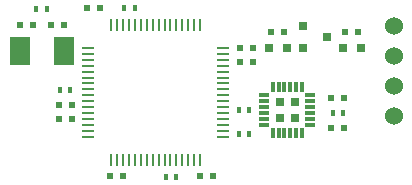
<source format=gbr>
G04 #@! TF.FileFunction,Paste,Top*
%FSLAX46Y46*%
G04 Gerber Fmt 4.6, Leading zero omitted, Abs format (unit mm)*
G04 Created by KiCad (PCBNEW 4.0.2-stable) date 2017年05月12日 星期五 07:52:48*
%MOMM*%
G01*
G04 APERTURE LIST*
%ADD10C,0.100000*%
%ADD11R,0.600000X0.500000*%
%ADD12R,0.800000X0.750000*%
%ADD13C,1.524000*%
%ADD14R,0.400000X0.600000*%
%ADD15R,0.800100X0.800100*%
%ADD16R,1.000000X0.250000*%
%ADD17R,0.250000X1.000000*%
%ADD18R,0.300000X0.850000*%
%ADD19R,0.850000X0.300000*%
%ADD20R,0.780000X0.780000*%
%ADD21R,1.700000X2.400000*%
G04 APERTURE END LIST*
D10*
D11*
X167050000Y-90725000D03*
X165950000Y-90725000D03*
D12*
X187600000Y-94100000D03*
X189100000Y-94100000D03*
D11*
X187800000Y-92750000D03*
X188900000Y-92750000D03*
X182650000Y-92750000D03*
X181550000Y-92750000D03*
D12*
X182850000Y-94100000D03*
X181350000Y-94100000D03*
D11*
X164625000Y-100100000D03*
X163525000Y-100100000D03*
X169000000Y-104975000D03*
X167900000Y-104975000D03*
X178875000Y-94100000D03*
X179975000Y-94100000D03*
X164625000Y-98900000D03*
X163525000Y-98900000D03*
X175500000Y-104975000D03*
X176600000Y-104975000D03*
X163950000Y-92125000D03*
X162850000Y-92125000D03*
X160250000Y-92125000D03*
X161350000Y-92125000D03*
X187725000Y-100850000D03*
X186625000Y-100850000D03*
X179975000Y-95300000D03*
X178875000Y-95300000D03*
X186625000Y-98350000D03*
X187725000Y-98350000D03*
D13*
X191900000Y-92275000D03*
X191900000Y-94800000D03*
X191900000Y-97355000D03*
X191900000Y-99895000D03*
D14*
X169100000Y-90675000D03*
X170000000Y-90675000D03*
X172600000Y-105025000D03*
X173500000Y-105025000D03*
X163625000Y-97650000D03*
X164525000Y-97650000D03*
X161650000Y-90800000D03*
X162550000Y-90800000D03*
X178775000Y-101350000D03*
X179675000Y-101350000D03*
X178775000Y-99350000D03*
X179675000Y-99350000D03*
X187625000Y-99600000D03*
X186725000Y-99600000D03*
D15*
X184224240Y-92200000D03*
X184224240Y-94100000D03*
X186223220Y-93150000D03*
D16*
X166050000Y-94100000D03*
X166050000Y-94600000D03*
X166050000Y-95100000D03*
X166050000Y-95600000D03*
X166050000Y-96100000D03*
X166050000Y-96600000D03*
X166050000Y-97100000D03*
X166050000Y-97600000D03*
X166050000Y-98100000D03*
X166050000Y-98600000D03*
X166050000Y-99100000D03*
X166050000Y-99600000D03*
X166050000Y-100100000D03*
X166050000Y-100600000D03*
X166050000Y-101100000D03*
X166050000Y-101600000D03*
D17*
X168000000Y-103550000D03*
X168500000Y-103550000D03*
X169000000Y-103550000D03*
X169500000Y-103550000D03*
X170000000Y-103550000D03*
X170500000Y-103550000D03*
X171000000Y-103550000D03*
X171500000Y-103550000D03*
X172000000Y-103550000D03*
X172500000Y-103550000D03*
X173000000Y-103550000D03*
X173500000Y-103550000D03*
X174000000Y-103550000D03*
X174500000Y-103550000D03*
X175000000Y-103550000D03*
X175500000Y-103550000D03*
D16*
X177450000Y-101600000D03*
X177450000Y-101100000D03*
X177450000Y-100600000D03*
X177450000Y-100100000D03*
X177450000Y-99600000D03*
X177450000Y-99100000D03*
X177450000Y-98600000D03*
X177450000Y-98100000D03*
X177450000Y-97600000D03*
X177450000Y-97100000D03*
X177450000Y-96600000D03*
X177450000Y-96100000D03*
X177450000Y-95600000D03*
X177450000Y-95100000D03*
X177450000Y-94600000D03*
X177450000Y-94100000D03*
D17*
X175500000Y-92150000D03*
X175000000Y-92150000D03*
X174500000Y-92150000D03*
X174000000Y-92150000D03*
X173500000Y-92150000D03*
X173000000Y-92150000D03*
X172500000Y-92150000D03*
X172000000Y-92150000D03*
X171500000Y-92150000D03*
X171000000Y-92150000D03*
X170500000Y-92150000D03*
X170000000Y-92150000D03*
X169500000Y-92150000D03*
X169000000Y-92150000D03*
X168500000Y-92150000D03*
X168000000Y-92150000D03*
D18*
X181650000Y-101300000D03*
X182150000Y-101300000D03*
X182650000Y-101300000D03*
X183150000Y-101300000D03*
X183650000Y-101300000D03*
X184150000Y-101300000D03*
D19*
X184850000Y-100600000D03*
X184850000Y-100100000D03*
X184850000Y-99600000D03*
X184850000Y-99100000D03*
X184850000Y-98600000D03*
X184850000Y-98100000D03*
D18*
X184150000Y-97400000D03*
X183650000Y-97400000D03*
X183150000Y-97400000D03*
X182650000Y-97400000D03*
X182150000Y-97400000D03*
X181650000Y-97400000D03*
D19*
X180950000Y-98100000D03*
X180950000Y-98600000D03*
X180950000Y-99100000D03*
X180950000Y-99600000D03*
X180950000Y-100100000D03*
X180950000Y-100600000D03*
D20*
X183550000Y-98700000D03*
X182250000Y-98700000D03*
X183550000Y-100000000D03*
X182250000Y-100000000D03*
D21*
X163950000Y-94350000D03*
X160250000Y-94350000D03*
M02*

</source>
